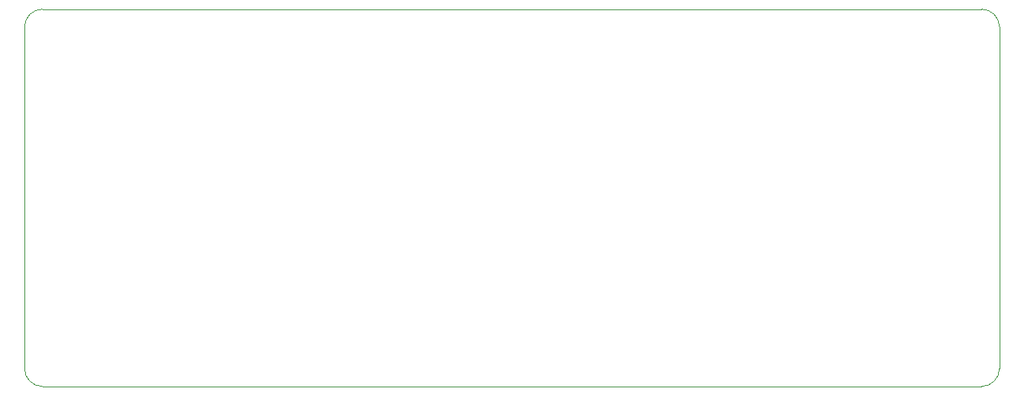
<source format=gbr>
G04 #@! TF.GenerationSoftware,KiCad,Pcbnew,(5.1.0-rc2-41-g6b3e9b0ed)*
G04 #@! TF.CreationDate,2020-04-23T19:15:03+02:00*
G04 #@! TF.ProjectId,LED_Driver,4c45445f-4472-4697-9665-722e6b696361,V0.1*
G04 #@! TF.SameCoordinates,Original*
G04 #@! TF.FileFunction,Profile,NP*
%FSLAX46Y46*%
G04 Gerber Fmt 4.6, Leading zero omitted, Abs format (unit mm)*
G04 Created by KiCad (PCBNEW (5.1.0-rc2-41-g6b3e9b0ed)) date 2020-04-23 19:15:03*
%MOMM*%
%LPD*%
G04 APERTURE LIST*
%ADD10C,0.050000*%
G04 APERTURE END LIST*
D10*
X36195000Y-146685000D02*
G75*
G02X34290000Y-144780000I0J1905000D01*
G01*
X34290000Y-107950000D02*
G75*
G02X36195000Y-106045000I1905000J0D01*
G01*
X137160000Y-106045000D02*
G75*
G02X139065000Y-107950000I0J-1905000D01*
G01*
X139065000Y-144780000D02*
G75*
G02X137160000Y-146685000I-1905000J0D01*
G01*
X139065000Y-107950000D02*
X139065000Y-144780000D01*
X34290000Y-107950000D02*
X34290000Y-144780000D01*
X36195000Y-106045000D02*
X137160000Y-106045000D01*
X36195000Y-146685000D02*
X137160000Y-146685000D01*
M02*

</source>
